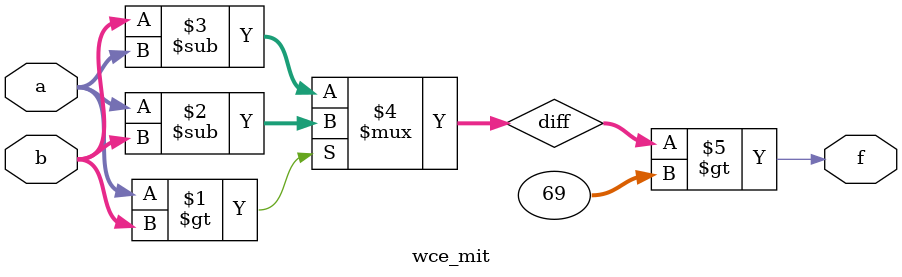
<source format=v>
module wce_mit(a, b, f);
parameter _bit = 8;
parameter wce = 69;
input [_bit - 1: 0] a;
input [_bit - 1: 0] b;
output f;
wire [_bit - 1: 0] diff;
assign diff = (a > b)? (a - b): (b - a);
assign f = (diff > wce);
endmodule

</source>
